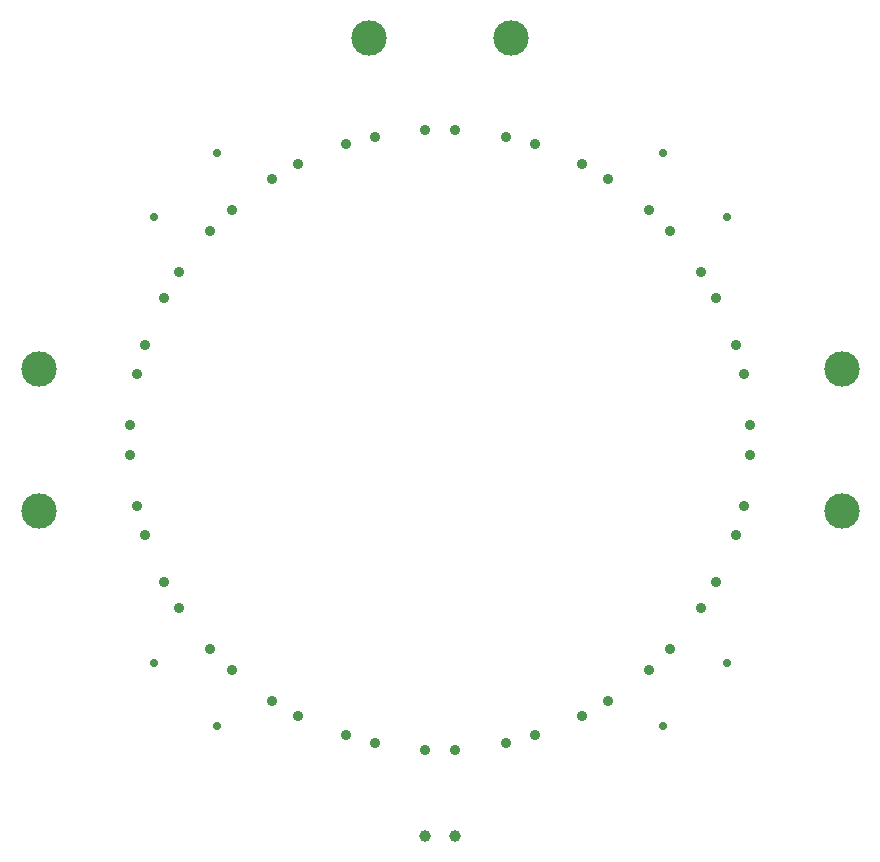
<source format=gbr>
%TF.GenerationSoftware,KiCad,Pcbnew,(5.1.6)-1*%
%TF.CreationDate,2020-08-06T19:41:03-04:00*%
%TF.ProjectId,RingLight,52696e67-4c69-4676-9874-2e6b69636164,rev?*%
%TF.SameCoordinates,Original*%
%TF.FileFunction,Plated,1,2,PTH,Drill*%
%TF.FilePolarity,Positive*%
%FSLAX46Y46*%
G04 Gerber Fmt 4.6, Leading zero omitted, Abs format (unit mm)*
G04 Created by KiCad (PCBNEW (5.1.6)-1) date 2020-08-06 19:41:03*
%MOMM*%
%LPD*%
G01*
G04 APERTURE LIST*
%TA.AperFunction,ComponentDrill*%
%ADD10C,0.700000*%
%TD*%
%TA.AperFunction,ComponentDrill*%
%ADD11C,0.900000*%
%TD*%
%TA.AperFunction,ComponentDrill*%
%ADD12C,1.000000*%
%TD*%
%TA.AperFunction,ComponentDrill*%
%ADD13C,3.000000*%
%TD*%
G04 APERTURE END LIST*
D10*
%TO.C,R2*%
X118872680Y-75739166D03*
%TO.C,R3*%
X118872680Y-124260834D03*
X124260834Y-118872680D03*
%TO.C,R4*%
X75739166Y-118872680D03*
X81127320Y-124260834D03*
%TO.C,R2*%
X124260834Y-81127320D03*
%TO.C,R1*%
X75739166Y-81127320D03*
X81127320Y-75739166D03*
D11*
%TO.C,D18*%
X105567274Y-125684253D03*
X108020726Y-125026853D03*
%TO.C,D4*%
X80540421Y-82336473D03*
X82336472Y-80540422D03*
%TO.C,D21*%
X85775147Y-122098167D03*
X87974852Y-123368167D03*
%TO.C,D8*%
X105567274Y-74315747D03*
X108020726Y-74973147D03*
%TO.C,D15*%
X122098167Y-114224853D03*
X123368167Y-112025148D03*
%TO.C,D6*%
X91979274Y-74973147D03*
X94432726Y-74315747D03*
%TO.C,D16*%
X117663528Y-119459578D03*
X119459579Y-117663527D03*
%TO.C,D24*%
X74315747Y-105567274D03*
X74973147Y-108020726D03*
%TO.C,D12*%
X125026853Y-91979274D03*
X125684253Y-94432726D03*
%TO.C,D3*%
X76631833Y-87974852D03*
X77901833Y-85775147D03*
%TO.C,D1*%
X73750000Y-98730000D03*
X73750000Y-101270000D03*
%TO.C,D13*%
X126250000Y-98730000D03*
X126250000Y-101270000D03*
%TO.C,D23*%
X76631833Y-112025147D03*
X77901833Y-114224852D03*
%TO.C,D10*%
X117663527Y-80540421D03*
X119459578Y-82336472D03*
%TO.C,D2*%
X74315747Y-94432726D03*
X74973147Y-91979274D03*
%TO.C,D11*%
X122098167Y-85775148D03*
X123368167Y-87974853D03*
%TO.C,D17*%
X112025147Y-123368167D03*
X114224852Y-122098167D03*
%TO.C,D7*%
X98730000Y-73750000D03*
X101270000Y-73750000D03*
%TO.C,D9*%
X112025148Y-76631833D03*
X114224853Y-77901833D03*
%TO.C,D22*%
X80540422Y-117663528D03*
X82336473Y-119459579D03*
%TO.C,D5*%
X85775148Y-77901833D03*
X87974853Y-76631833D03*
%TO.C,D19*%
X98730000Y-126250000D03*
X101270000Y-126250000D03*
%TO.C,D20*%
X91979274Y-125026853D03*
X94432726Y-125684253D03*
%TO.C,D14*%
X125026853Y-108020726D03*
X125684253Y-105567274D03*
D12*
%TO.C,J1*%
X98750000Y-133500000D03*
X101250000Y-133500000D03*
D13*
%TO.C,M4*%
X106000000Y-66000000D03*
%TO.C,M3*%
X94000000Y-66000000D03*
%TO.C,M1*%
X66000000Y-106000000D03*
%TO.C,M2*%
X66000000Y-94000000D03*
%TO.C,M5*%
X134000000Y-94000000D03*
%TO.C,M6*%
X134000000Y-106000000D03*
M02*

</source>
